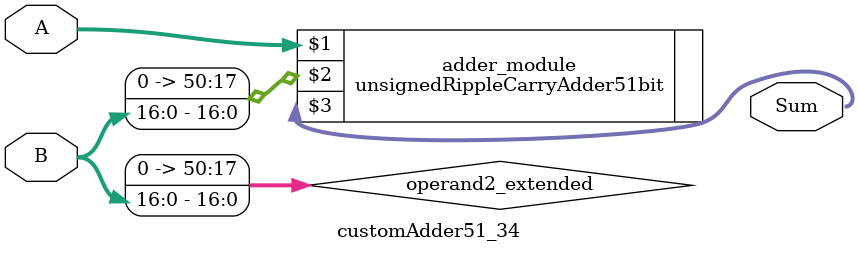
<source format=v>
module customAdder51_34(
                        input [50 : 0] A,
                        input [16 : 0] B,
                        
                        output [51 : 0] Sum
                );

        wire [50 : 0] operand2_extended;
        
        assign operand2_extended =  {34'b0, B};
        
        unsignedRippleCarryAdder51bit adder_module(
            A,
            operand2_extended,
            Sum
        );
        
        endmodule
        
</source>
